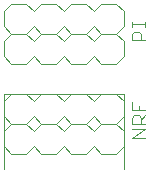
<source format=gto>
G75*
%MOIN*%
%OFA0B0*%
%FSLAX25Y25*%
%IPPOS*%
%LPD*%
%AMOC8*
5,1,8,0,0,1.08239X$1,22.5*
%
%ADD10C,0,01200*%
%ADD11C,0,00600*%
%ADD12C,0,00800*%
D10*
X0006000Y0001600D02*
X0006000Y0026600D01*
X0046000Y0026600D01*
X0046000Y0001600D01*
D11*
X0048796Y0011900D02*
X0053200Y0014836D01*
X0048796Y0014836D01*
X0048796Y0016504D02*
X0048796Y0018706D01*
X0049530Y0019440D01*
X0050998Y0019440D01*
X0051732Y0018706D01*
X0051732Y0016504D01*
X0051732Y0017972D02*
X0053200Y0019440D01*
X0053200Y0021108D02*
X0048796Y0021108D01*
X0048796Y0024044D01*
X0050998Y0022576D02*
X0050998Y0021108D01*
X0053200Y0016504D02*
X0048796Y0016504D01*
X0048796Y0011900D02*
X0053200Y0011900D01*
X0053200Y0044400D02*
X0048796Y0044400D01*
X0048796Y0046602D01*
X0049530Y0047336D01*
X0050998Y0047336D01*
X0051732Y0046602D01*
X0051732Y0044400D01*
X0053200Y0049004D02*
X0053200Y0050472D01*
X0053200Y0049738D02*
X0048796Y0049738D01*
X0048796Y0049004D02*
X0048796Y0050472D01*
D12*
X0046000Y0049100D02*
X0046000Y0054100D01*
X0043500Y0056600D01*
X0038500Y0056600D01*
X0036000Y0054100D01*
X0033500Y0056600D01*
X0028500Y0056600D01*
X0026000Y0054100D01*
X0023500Y0056600D01*
X0018500Y0056600D01*
X0016000Y0054100D01*
X0013500Y0056600D01*
X0008500Y0056600D01*
X0006000Y0054100D01*
X0006000Y0049100D01*
X0008500Y0046600D01*
X0006000Y0044100D01*
X0006000Y0039100D01*
X0008500Y0036600D01*
X0013500Y0036600D01*
X0016000Y0039100D01*
X0018500Y0036600D01*
X0023500Y0036600D01*
X0026000Y0039100D01*
X0028500Y0036600D01*
X0033500Y0036600D01*
X0036000Y0039100D01*
X0038500Y0036600D01*
X0043500Y0036600D01*
X0046000Y0039100D01*
X0046000Y0044100D01*
X0043500Y0046600D01*
X0038500Y0046600D01*
X0036000Y0044100D01*
X0033500Y0046600D01*
X0028500Y0046600D01*
X0026000Y0044100D01*
X0023500Y0046600D01*
X0018500Y0046600D01*
X0016000Y0044100D01*
X0013500Y0046600D01*
X0008500Y0046600D01*
X0013500Y0046600D01*
X0016000Y0049100D01*
X0018500Y0046600D01*
X0023500Y0046600D01*
X0026000Y0049100D01*
X0028500Y0046600D01*
X0033500Y0046600D01*
X0036000Y0049100D01*
X0038500Y0046600D01*
X0043500Y0046600D01*
X0046000Y0049100D01*
X0043500Y0026600D02*
X0038500Y0026600D01*
X0036000Y0024100D01*
X0033500Y0026600D01*
X0028500Y0026600D01*
X0026000Y0024100D01*
X0023500Y0026600D01*
X0018500Y0026600D01*
X0016000Y0024100D01*
X0013500Y0026600D01*
X0008500Y0026600D01*
X0006000Y0024100D01*
X0006000Y0019100D01*
X0008500Y0016600D01*
X0013500Y0016600D01*
X0016000Y0019100D01*
X0018500Y0016600D01*
X0023500Y0016600D01*
X0026000Y0019100D01*
X0028500Y0016600D01*
X0033500Y0016600D01*
X0036000Y0019100D01*
X0038500Y0016600D01*
X0043500Y0016600D01*
X0046000Y0019100D01*
X0046000Y0024100D01*
X0043500Y0026600D01*
X0043500Y0016600D02*
X0038500Y0016600D01*
X0036000Y0014100D01*
X0033500Y0016600D01*
X0028500Y0016600D01*
X0026000Y0014100D01*
X0023500Y0016600D01*
X0018500Y0016600D01*
X0016000Y0014100D01*
X0013500Y0016600D01*
X0008500Y0016600D01*
X0006000Y0014100D01*
X0006000Y0009100D01*
X0008500Y0006600D01*
X0013500Y0006600D01*
X0016000Y0009100D01*
X0018500Y0006600D01*
X0023500Y0006600D01*
X0026000Y0009100D01*
X0028500Y0006600D01*
X0033500Y0006600D01*
X0036000Y0009100D01*
X0038500Y0006600D01*
X0043500Y0006600D01*
X0046000Y0009100D01*
X0046000Y0014100D01*
X0043500Y0016600D01*
M02*

</source>
